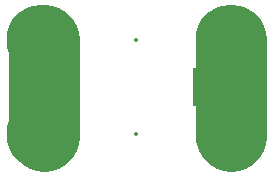
<source format=gtl>
%TF.GenerationSoftware,KiCad,Pcbnew,4.0.5-e0-6337~49~ubuntu16.04.1*%
%TF.CreationDate,2017-03-21T11:44:34-07:00*%
%TF.ProjectId,2x3-Speaker-SMT-11mm-Pitch,3278332D537065616B65722D534D542D,1.0*%
%TF.FileFunction,Copper,L1,Top,Signal*%
%FSLAX46Y46*%
G04 Gerber Fmt 4.6, Leading zero omitted, Abs format (unit mm)*
G04 Created by KiCad (PCBNEW 4.0.5-e0-6337~49~ubuntu16.04.1) date Tue Mar 21 11:44:34 2017*
%MOMM*%
%LPD*%
G01*
G04 APERTURE LIST*
%ADD10C,0.350000*%
%ADD11C,6.000000*%
%ADD12C,6.000000*%
%ADD13R,1.200000X3.300000*%
%ADD14C,0.350000*%
G04 APERTURE END LIST*
D10*
D11*
X5520760Y-42729760D02*
X5520760Y-34529760D01*
X21320760Y-42729760D02*
X21320760Y-34529760D01*
D12*
X5320760Y-42529760D03*
X21320760Y-42529760D03*
X21320760Y-34529760D03*
X5320760Y-34529760D03*
D13*
X7920760Y-38529760D03*
X18720760Y-38529760D03*
D14*
X5320760Y-42529760D03*
X21320760Y-42529760D03*
X21320760Y-34529760D03*
X5320760Y-34529760D03*
X13320760Y-34529760D03*
X13320760Y-42529760D03*
M02*

</source>
